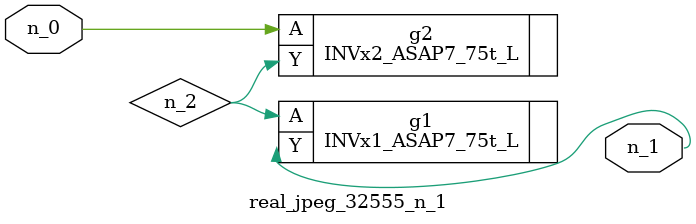
<source format=v>
module real_jpeg_32555_n_1 (n_0, n_1);

input n_0;

output n_1;

wire n_2;

INVx2_ASAP7_75t_L g2 ( 
.A(n_0),
.Y(n_2)
);

INVx1_ASAP7_75t_L g1 ( 
.A(n_2),
.Y(n_1)
);


endmodule
</source>
